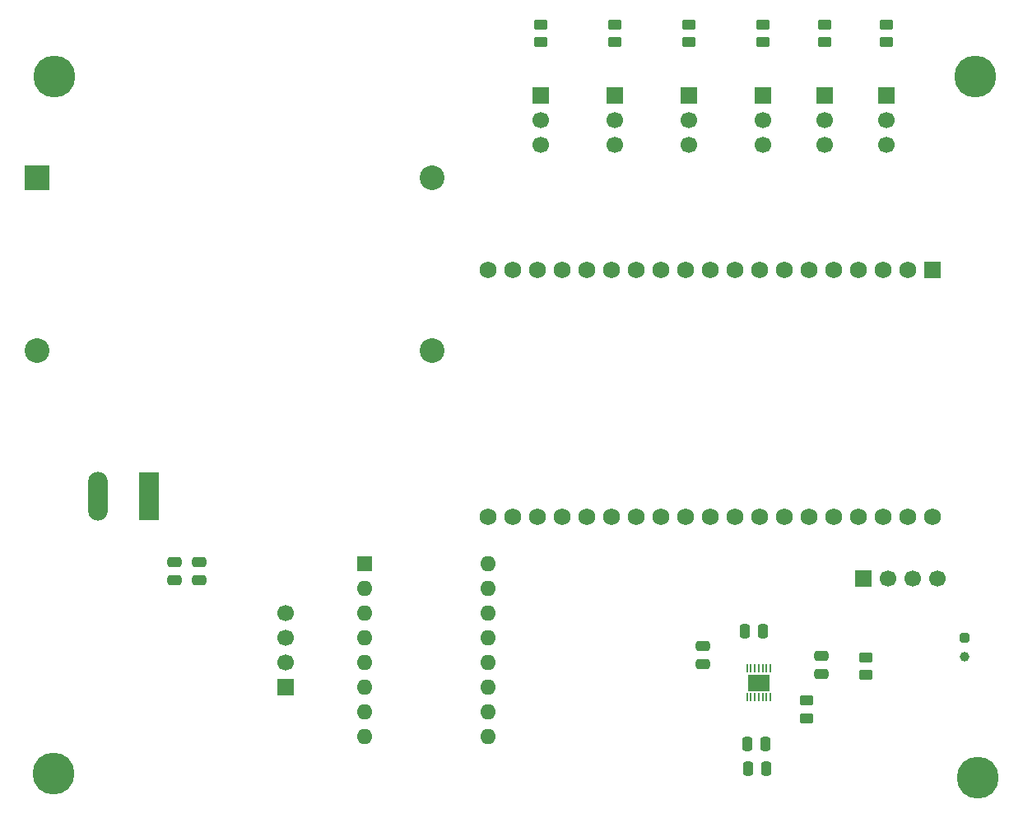
<source format=gts>
%TF.GenerationSoftware,KiCad,Pcbnew,9.0.4*%
%TF.CreationDate,2025-11-20T23:01:34-05:00*%
%TF.ProjectId,Hand_System_Rev_1,48616e64-5f53-4797-9374-656d5f526576,rev?*%
%TF.SameCoordinates,Original*%
%TF.FileFunction,Soldermask,Top*%
%TF.FilePolarity,Negative*%
%FSLAX46Y46*%
G04 Gerber Fmt 4.6, Leading zero omitted, Abs format (unit mm)*
G04 Created by KiCad (PCBNEW 9.0.4) date 2025-11-20 23:01:34*
%MOMM*%
%LPD*%
G01*
G04 APERTURE LIST*
G04 Aperture macros list*
%AMRoundRect*
0 Rectangle with rounded corners*
0 $1 Rounding radius*
0 $2 $3 $4 $5 $6 $7 $8 $9 X,Y pos of 4 corners*
0 Add a 4 corners polygon primitive as box body*
4,1,4,$2,$3,$4,$5,$6,$7,$8,$9,$2,$3,0*
0 Add four circle primitives for the rounded corners*
1,1,$1+$1,$2,$3*
1,1,$1+$1,$4,$5*
1,1,$1+$1,$6,$7*
1,1,$1+$1,$8,$9*
0 Add four rect primitives between the rounded corners*
20,1,$1+$1,$2,$3,$4,$5,0*
20,1,$1+$1,$4,$5,$6,$7,0*
20,1,$1+$1,$6,$7,$8,$9,0*
20,1,$1+$1,$8,$9,$2,$3,0*%
G04 Aperture macros list end*
%ADD10R,1.700000X1.700000*%
%ADD11C,1.700000*%
%ADD12RoundRect,0.250000X-0.450000X0.262500X-0.450000X-0.262500X0.450000X-0.262500X0.450000X0.262500X0*%
%ADD13RoundRect,0.250000X-0.475000X0.250000X-0.475000X-0.250000X0.475000X-0.250000X0.475000X0.250000X0*%
%ADD14R,2.020000X5.020000*%
%ADD15O,2.020000X5.020000*%
%ADD16C,4.300000*%
%ADD17RoundRect,0.250000X0.475000X-0.250000X0.475000X0.250000X-0.475000X0.250000X-0.475000X-0.250000X0*%
%ADD18RoundRect,0.027500X-0.082500X0.352500X-0.082500X-0.352500X0.082500X-0.352500X0.082500X0.352500X0*%
%ADD19R,2.300000X1.700000*%
%ADD20RoundRect,0.250000X0.450000X-0.262500X0.450000X0.262500X-0.450000X0.262500X-0.450000X-0.262500X0*%
%ADD21R,1.600000X1.600000*%
%ADD22O,1.600000X1.600000*%
%ADD23RoundRect,0.250000X-0.250000X0.250000X-0.250000X-0.250000X0.250000X-0.250000X0.250000X0.250000X0*%
%ADD24C,1.000000*%
%ADD25RoundRect,0.250000X-0.250000X-0.475000X0.250000X-0.475000X0.250000X0.475000X-0.250000X0.475000X0*%
%ADD26RoundRect,0.102000X-0.765000X0.765000X-0.765000X-0.765000X0.765000X-0.765000X0.765000X0.765000X0*%
%ADD27C,1.734000*%
%ADD28R,2.540000X2.540000*%
%ADD29C,2.540000*%
%ADD30RoundRect,0.250000X0.250000X0.475000X-0.250000X0.475000X-0.250000X-0.475000X0.250000X-0.475000X0*%
G04 APERTURE END LIST*
D10*
%TO.C,M5*%
X151765000Y-57785000D03*
D11*
X151765000Y-60325000D03*
X151765000Y-62865000D03*
%TD*%
D12*
%TO.C,R3*%
X159385000Y-52347500D03*
X159385000Y-50522500D03*
%TD*%
D10*
%TO.C,M4*%
X159385000Y-57785000D03*
D11*
X159385000Y-60325000D03*
X159385000Y-62865000D03*
%TD*%
D12*
%TO.C,R8*%
X187325000Y-50522500D03*
X187325000Y-52347500D03*
%TD*%
%TO.C,R7*%
X180975000Y-50522500D03*
X180975000Y-52347500D03*
%TD*%
%TO.C,R6*%
X167005000Y-50522500D03*
X167005000Y-52347500D03*
%TD*%
%TO.C,R5*%
X174625000Y-50522500D03*
X174625000Y-52347500D03*
%TD*%
%TO.C,R4*%
X151765000Y-50522500D03*
X151765000Y-52347500D03*
%TD*%
D13*
%TO.C,C7*%
X168482000Y-114448000D03*
X168482000Y-116348000D03*
%TD*%
D10*
%TO.C,U4*%
X184992000Y-107524000D03*
D11*
X187532000Y-107524000D03*
X190072000Y-107524000D03*
X192612000Y-107524000D03*
%TD*%
D14*
%TO.C,J1*%
X111468000Y-99020000D03*
D15*
X106288000Y-99020000D03*
%TD*%
D16*
%TO.C,H4*%
X196750000Y-128000000D03*
%TD*%
D17*
%TO.C,C5*%
X180674000Y-117364000D03*
X180674000Y-115464000D03*
%TD*%
D16*
%TO.C,H1*%
X196500000Y-55850000D03*
%TD*%
D18*
%TO.C,U5*%
X175423000Y-116775000D03*
X175023000Y-116775000D03*
X174623000Y-116775000D03*
X174223000Y-116775000D03*
X173823000Y-116775000D03*
X173423000Y-116775000D03*
X173023000Y-116775000D03*
X173023000Y-119745000D03*
X173423000Y-119745000D03*
X173823000Y-119745000D03*
X174223000Y-119745000D03*
X174623000Y-119745000D03*
X175023000Y-119745000D03*
X175423000Y-119745000D03*
D19*
X174223000Y-118260000D03*
%TD*%
D20*
%TO.C,R2*%
X185246000Y-117430000D03*
X185246000Y-115605000D03*
%TD*%
D21*
%TO.C,U3*%
X133684000Y-106000000D03*
D22*
X133684000Y-108540000D03*
X133684000Y-111080000D03*
X133684000Y-113620000D03*
X133684000Y-116160000D03*
X133684000Y-118700000D03*
X133684000Y-121240000D03*
X133684000Y-123780000D03*
X146384000Y-123780000D03*
X146384000Y-121240000D03*
X146384000Y-118700000D03*
X146384000Y-116160000D03*
X146384000Y-113620000D03*
X146384000Y-111080000D03*
X146384000Y-108540000D03*
X146384000Y-106000000D03*
%TD*%
D10*
%TO.C,M3*%
X167005000Y-57785000D03*
D11*
X167005000Y-60325000D03*
X167005000Y-62865000D03*
%TD*%
D20*
%TO.C,R1*%
X179150000Y-121898500D03*
X179150000Y-120073500D03*
%TD*%
D10*
%TO.C,M7*%
X125556000Y-118700000D03*
D11*
X125556000Y-116160000D03*
X125556000Y-113620000D03*
X125556000Y-111080000D03*
%TD*%
D10*
%TO.C,M1*%
X187325000Y-57785000D03*
D11*
X187325000Y-60325000D03*
X187325000Y-62865000D03*
%TD*%
D23*
%TO.C,MK1*%
X195406000Y-113620000D03*
D24*
X195406000Y-115520000D03*
%TD*%
D25*
%TO.C,C4*%
X173054000Y-124542000D03*
X174954000Y-124542000D03*
%TD*%
D10*
%TO.C,M2*%
X180975000Y-57785000D03*
D11*
X180975000Y-60325000D03*
X180975000Y-62865000D03*
%TD*%
D10*
%TO.C,M6*%
X174625000Y-57785000D03*
D11*
X174625000Y-60325000D03*
X174625000Y-62865000D03*
%TD*%
D17*
%TO.C,C2*%
X116666000Y-107712000D03*
X116666000Y-105812000D03*
%TD*%
D16*
%TO.C,H3*%
X101680000Y-127590000D03*
%TD*%
D26*
%TO.C,U1*%
X192104000Y-75774000D03*
D27*
X189564000Y-75774000D03*
X187024000Y-75774000D03*
X184484000Y-75774000D03*
X181944000Y-75774000D03*
X179404000Y-75774000D03*
X176864000Y-75774000D03*
X174324000Y-75774000D03*
X171784000Y-75774000D03*
X169244000Y-75774000D03*
X166704000Y-75774000D03*
X164164000Y-75774000D03*
X161624000Y-75774000D03*
X159084000Y-75774000D03*
X156544000Y-75774000D03*
X154004000Y-75774000D03*
X151464000Y-75774000D03*
X148924000Y-75774000D03*
X146384000Y-75774000D03*
X146384000Y-101174000D03*
X148924000Y-101174000D03*
X151464000Y-101174000D03*
X154004000Y-101174000D03*
X156544000Y-101174000D03*
X159084000Y-101174000D03*
X161624000Y-101174000D03*
X164164000Y-101174000D03*
X166704000Y-101174000D03*
X169244000Y-101174000D03*
X171784000Y-101174000D03*
X174324000Y-101174000D03*
X176864000Y-101174000D03*
X179404000Y-101174000D03*
X181944000Y-101174000D03*
X184484000Y-101174000D03*
X187024000Y-101174000D03*
X189564000Y-101174000D03*
X192104000Y-101174000D03*
%TD*%
D28*
%TO.C,U2*%
X99950000Y-66270000D03*
D29*
X99950000Y-84050000D03*
X140590000Y-84050000D03*
X140590000Y-66270000D03*
%TD*%
D16*
%TO.C,H2*%
X101745732Y-55879828D03*
%TD*%
D25*
%TO.C,C6*%
X172800000Y-112900000D03*
X174700000Y-112900000D03*
%TD*%
D30*
%TO.C,C3*%
X175020000Y-127082000D03*
X173120000Y-127082000D03*
%TD*%
D17*
%TO.C,C1*%
X114158000Y-107712000D03*
X114158000Y-105812000D03*
%TD*%
M02*

</source>
